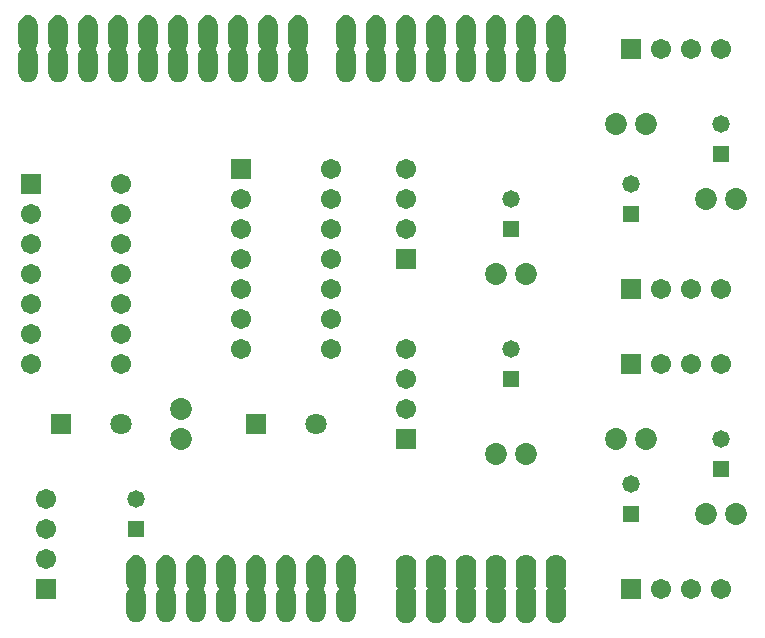
<source format=gbr>
G04 DipTrace 2.4.0.2*
%INBottomMask.gbr*%
%MOIN*%
%ADD34R,0.071X0.071*%
%ADD36C,0.071*%
%ADD38C,0.073*%
%ADD40C,0.0671*%
%ADD42R,0.0671X0.0671*%
%ADD44R,0.058X0.058*%
%ADD46C,0.058*%
%FSLAX44Y44*%
G04*
G70*
G90*
G75*
G01*
%LNBotMask*%
%LPD*%
G36*
X17600Y5243D2*
X17620Y5356D1*
X17679Y5459D1*
X17770Y5535D1*
X17881Y5576D1*
X17999D1*
X18110Y5535D1*
X18201Y5459D1*
X18260Y5357D1*
X18280Y5244D1*
Y4637D1*
X18260Y4524D1*
X18201Y4421D1*
X18111Y4345D1*
X18000Y4305D1*
X17881D1*
X17770Y4345D1*
X17679Y4421D1*
X17620Y4523D1*
X17600Y4636D1*
Y5243D1*
G37*
G36*
X18600D2*
X18620Y5356D1*
X18679Y5459D1*
X18770Y5535D1*
X18881Y5576D1*
X18999D1*
X19110Y5535D1*
X19201Y5459D1*
X19260Y5357D1*
X19280Y5244D1*
Y4637D1*
X19260Y4524D1*
X19201Y4421D1*
X19111Y4345D1*
X19000Y4305D1*
X18881D1*
X18770Y4345D1*
X18679Y4421D1*
X18620Y4523D1*
X18600Y4636D1*
Y5243D1*
G37*
G36*
X19600D2*
X19620Y5356D1*
X19679Y5459D1*
X19770Y5535D1*
X19881Y5576D1*
X19999D1*
X20110Y5535D1*
X20201Y5459D1*
X20260Y5357D1*
X20280Y5244D1*
Y4637D1*
X20260Y4524D1*
X20201Y4421D1*
X20111Y4345D1*
X20000Y4305D1*
X19881D1*
X19770Y4345D1*
X19679Y4421D1*
X19620Y4523D1*
X19600Y4636D1*
Y5243D1*
G37*
G36*
X20600D2*
X20620Y5356D1*
X20679Y5459D1*
X20770Y5535D1*
X20881Y5576D1*
X20999D1*
X21110Y5535D1*
X21201Y5459D1*
X21260Y5357D1*
X21280Y5244D1*
Y4637D1*
X21260Y4524D1*
X21201Y4421D1*
X21111Y4345D1*
X21000Y4305D1*
X20881D1*
X20770Y4345D1*
X20679Y4421D1*
X20620Y4523D1*
X20600Y4636D1*
Y5243D1*
G37*
G36*
X21600D2*
X21620Y5356D1*
X21679Y5459D1*
X21770Y5535D1*
X21881Y5576D1*
X21999D1*
X22110Y5535D1*
X22201Y5459D1*
X22260Y5357D1*
X22280Y5244D1*
Y4637D1*
X22260Y4524D1*
X22201Y4421D1*
X22111Y4345D1*
X22000Y4305D1*
X21881D1*
X21770Y4345D1*
X21679Y4421D1*
X21620Y4523D1*
X21600Y4636D1*
Y5243D1*
G37*
G36*
X22600D2*
X22620Y5356D1*
X22679Y5459D1*
X22770Y5535D1*
X22881Y5576D1*
X22999D1*
X23110Y5535D1*
X23201Y5459D1*
X23260Y5357D1*
X23280Y5244D1*
Y4637D1*
X23260Y4524D1*
X23201Y4421D1*
X23111Y4345D1*
X23000Y4305D1*
X22881D1*
X22770Y4345D1*
X22679Y4421D1*
X22620Y4523D1*
X22600Y4636D1*
Y5243D1*
G37*
G36*
X23267Y23650D2*
X23248Y23541D1*
X23191Y23443D1*
X23104Y23369D1*
X22997Y23330D1*
X22884D1*
X22777Y23369D1*
X22689Y23442D1*
X22632Y23541D1*
X22613Y23649D1*
Y24230D1*
X22632Y24339D1*
X22689Y24438D1*
X22776Y24511D1*
X22883Y24550D1*
X22997D1*
X23104Y24511D1*
X23191Y24438D1*
X23248Y24340D1*
X23267Y24231D1*
Y23650D1*
G37*
G36*
X22267D2*
X22248Y23541D1*
X22191Y23443D1*
X22104Y23369D1*
X21997Y23330D1*
X21884D1*
X21777Y23369D1*
X21689Y23442D1*
X21632Y23541D1*
X21613Y23649D1*
Y24230D1*
X21632Y24339D1*
X21689Y24438D1*
X21776Y24511D1*
X21883Y24550D1*
X21997D1*
X22104Y24511D1*
X22191Y24438D1*
X22248Y24340D1*
X22267Y24231D1*
Y23650D1*
G37*
G36*
X21267D2*
X21248Y23541D1*
X21191Y23443D1*
X21104Y23369D1*
X20997Y23330D1*
X20884D1*
X20777Y23369D1*
X20689Y23442D1*
X20632Y23541D1*
X20613Y23649D1*
Y24230D1*
X20632Y24339D1*
X20689Y24438D1*
X20776Y24511D1*
X20883Y24550D1*
X20997D1*
X21104Y24511D1*
X21191Y24438D1*
X21248Y24340D1*
X21267Y24231D1*
Y23650D1*
G37*
G36*
X20267D2*
X20248Y23541D1*
X20191Y23443D1*
X20104Y23369D1*
X19997Y23330D1*
X19884D1*
X19777Y23369D1*
X19689Y23442D1*
X19632Y23541D1*
X19613Y23649D1*
Y24230D1*
X19632Y24339D1*
X19689Y24438D1*
X19776Y24511D1*
X19883Y24550D1*
X19997D1*
X20104Y24511D1*
X20191Y24438D1*
X20248Y24340D1*
X20267Y24231D1*
Y23650D1*
G37*
G36*
X19267D2*
X19248Y23541D1*
X19191Y23443D1*
X19104Y23369D1*
X18997Y23330D1*
X18884D1*
X18777Y23369D1*
X18689Y23442D1*
X18632Y23541D1*
X18613Y23649D1*
Y24230D1*
X18632Y24339D1*
X18689Y24438D1*
X18776Y24511D1*
X18883Y24550D1*
X18997D1*
X19104Y24511D1*
X19191Y24438D1*
X19248Y24340D1*
X19267Y24231D1*
Y23650D1*
G37*
G36*
X18267D2*
X18248Y23541D1*
X18191Y23443D1*
X18104Y23369D1*
X17997Y23330D1*
X17884D1*
X17777Y23369D1*
X17689Y23442D1*
X17632Y23541D1*
X17613Y23649D1*
Y24230D1*
X17632Y24339D1*
X17689Y24438D1*
X17776Y24511D1*
X17883Y24550D1*
X17997D1*
X18104Y24511D1*
X18191Y24438D1*
X18248Y24340D1*
X18267Y24231D1*
Y23650D1*
G37*
G36*
X17267D2*
X17248Y23541D1*
X17191Y23443D1*
X17104Y23369D1*
X16997Y23330D1*
X16884D1*
X16777Y23369D1*
X16689Y23442D1*
X16632Y23541D1*
X16613Y23649D1*
Y24230D1*
X16632Y24339D1*
X16689Y24438D1*
X16776Y24511D1*
X16883Y24550D1*
X16997D1*
X17104Y24511D1*
X17191Y24438D1*
X17248Y24340D1*
X17267Y24231D1*
Y23650D1*
G37*
G36*
X16267D2*
X16248Y23541D1*
X16191Y23443D1*
X16104Y23369D1*
X15997Y23330D1*
X15884D1*
X15777Y23369D1*
X15689Y23442D1*
X15632Y23541D1*
X15613Y23649D1*
Y24230D1*
X15632Y24339D1*
X15689Y24438D1*
X15776Y24511D1*
X15883Y24550D1*
X15997D1*
X16104Y24511D1*
X16191Y24438D1*
X16248Y24340D1*
X16267Y24231D1*
Y23650D1*
G37*
G36*
X8613Y5230D2*
X8632Y5339D1*
X8689Y5438D1*
X8776Y5511D1*
X8883Y5550D1*
X8997D1*
X9104Y5511D1*
X9191Y5438D1*
X9248Y5340D1*
X9267Y5231D1*
Y4650D1*
X9248Y4541D1*
X9191Y4443D1*
X9104Y4369D1*
X8997Y4330D1*
X8884D1*
X8777Y4369D1*
X8689Y4442D1*
X8632Y4541D1*
X8613Y4649D1*
Y5230D1*
G37*
G36*
X9613D2*
X9632Y5339D1*
X9689Y5438D1*
X9776Y5511D1*
X9883Y5550D1*
X9997D1*
X10104Y5511D1*
X10191Y5438D1*
X10248Y5340D1*
X10267Y5231D1*
Y4650D1*
X10248Y4541D1*
X10191Y4443D1*
X10104Y4369D1*
X9997Y4330D1*
X9884D1*
X9777Y4369D1*
X9689Y4442D1*
X9632Y4541D1*
X9613Y4649D1*
Y5230D1*
G37*
G36*
X10613D2*
X10632Y5339D1*
X10689Y5438D1*
X10776Y5511D1*
X10883Y5550D1*
X10997D1*
X11104Y5511D1*
X11191Y5438D1*
X11248Y5340D1*
X11267Y5231D1*
Y4650D1*
X11248Y4541D1*
X11191Y4443D1*
X11104Y4369D1*
X10997Y4330D1*
X10884D1*
X10777Y4369D1*
X10689Y4442D1*
X10632Y4541D1*
X10613Y4649D1*
Y5230D1*
G37*
G36*
X11613D2*
X11632Y5339D1*
X11689Y5438D1*
X11776Y5511D1*
X11883Y5550D1*
X11997D1*
X12104Y5511D1*
X12191Y5438D1*
X12248Y5340D1*
X12267Y5231D1*
Y4650D1*
X12248Y4541D1*
X12191Y4443D1*
X12104Y4369D1*
X11997Y4330D1*
X11884D1*
X11777Y4369D1*
X11689Y4442D1*
X11632Y4541D1*
X11613Y4649D1*
Y5230D1*
G37*
G36*
X12613D2*
X12632Y5339D1*
X12689Y5438D1*
X12776Y5511D1*
X12883Y5550D1*
X12997D1*
X13104Y5511D1*
X13191Y5438D1*
X13248Y5340D1*
X13267Y5231D1*
Y4650D1*
X13248Y4541D1*
X13191Y4443D1*
X13104Y4369D1*
X12997Y4330D1*
X12884D1*
X12777Y4369D1*
X12689Y4442D1*
X12632Y4541D1*
X12613Y4649D1*
Y5230D1*
G37*
G36*
X13613D2*
X13632Y5339D1*
X13689Y5438D1*
X13776Y5511D1*
X13883Y5550D1*
X13997D1*
X14104Y5511D1*
X14191Y5438D1*
X14248Y5340D1*
X14267Y5231D1*
Y4650D1*
X14248Y4541D1*
X14191Y4443D1*
X14104Y4369D1*
X13997Y4330D1*
X13884D1*
X13777Y4369D1*
X13689Y4442D1*
X13632Y4541D1*
X13613Y4649D1*
Y5230D1*
G37*
G36*
X14613D2*
X14632Y5339D1*
X14689Y5438D1*
X14776Y5511D1*
X14883Y5550D1*
X14997D1*
X15104Y5511D1*
X15191Y5438D1*
X15248Y5340D1*
X15267Y5231D1*
Y4650D1*
X15248Y4541D1*
X15191Y4443D1*
X15104Y4369D1*
X14997Y4330D1*
X14884D1*
X14777Y4369D1*
X14689Y4442D1*
X14632Y4541D1*
X14613Y4649D1*
Y5230D1*
G37*
G36*
X15613D2*
X15632Y5339D1*
X15689Y5438D1*
X15776Y5511D1*
X15883Y5550D1*
X15997D1*
X16104Y5511D1*
X16191Y5438D1*
X16248Y5340D1*
X16267Y5231D1*
Y4650D1*
X16248Y4541D1*
X16191Y4443D1*
X16104Y4369D1*
X15997Y4330D1*
X15884D1*
X15777Y4369D1*
X15689Y4442D1*
X15632Y4541D1*
X15613Y4649D1*
Y5230D1*
G37*
G36*
X14667Y23650D2*
X14648Y23541D1*
X14591Y23443D1*
X14504Y23369D1*
X14397Y23330D1*
X14284D1*
X14177Y23369D1*
X14089Y23442D1*
X14032Y23541D1*
X14013Y23649D1*
Y24230D1*
X14032Y24339D1*
X14089Y24438D1*
X14176Y24511D1*
X14283Y24550D1*
X14397D1*
X14504Y24511D1*
X14591Y24438D1*
X14648Y24340D1*
X14667Y24231D1*
Y23650D1*
G37*
G36*
X13667D2*
X13648Y23541D1*
X13591Y23443D1*
X13504Y23369D1*
X13397Y23330D1*
X13284D1*
X13177Y23369D1*
X13089Y23442D1*
X13032Y23541D1*
X13013Y23649D1*
Y24230D1*
X13032Y24339D1*
X13089Y24438D1*
X13176Y24511D1*
X13283Y24550D1*
X13397D1*
X13504Y24511D1*
X13591Y24438D1*
X13648Y24340D1*
X13667Y24231D1*
Y23650D1*
G37*
G36*
X12667D2*
X12648Y23541D1*
X12591Y23443D1*
X12504Y23369D1*
X12397Y23330D1*
X12284D1*
X12177Y23369D1*
X12089Y23442D1*
X12032Y23541D1*
X12013Y23649D1*
Y24230D1*
X12032Y24339D1*
X12089Y24438D1*
X12176Y24511D1*
X12283Y24550D1*
X12397D1*
X12504Y24511D1*
X12591Y24438D1*
X12648Y24340D1*
X12667Y24231D1*
Y23650D1*
G37*
G36*
X11667D2*
X11648Y23541D1*
X11591Y23443D1*
X11504Y23369D1*
X11397Y23330D1*
X11284D1*
X11177Y23369D1*
X11089Y23442D1*
X11032Y23541D1*
X11013Y23649D1*
Y24230D1*
X11032Y24339D1*
X11089Y24438D1*
X11176Y24511D1*
X11283Y24550D1*
X11397D1*
X11504Y24511D1*
X11591Y24438D1*
X11648Y24340D1*
X11667Y24231D1*
Y23650D1*
G37*
G36*
X10667D2*
X10648Y23541D1*
X10591Y23443D1*
X10504Y23369D1*
X10397Y23330D1*
X10284D1*
X10177Y23369D1*
X10089Y23442D1*
X10032Y23541D1*
X10013Y23649D1*
Y24230D1*
X10032Y24339D1*
X10089Y24438D1*
X10176Y24511D1*
X10283Y24550D1*
X10397D1*
X10504Y24511D1*
X10591Y24438D1*
X10648Y24340D1*
X10667Y24231D1*
Y23650D1*
G37*
G36*
X9667D2*
X9648Y23541D1*
X9591Y23443D1*
X9504Y23369D1*
X9397Y23330D1*
X9284D1*
X9177Y23369D1*
X9089Y23442D1*
X9032Y23541D1*
X9013Y23649D1*
Y24230D1*
X9032Y24339D1*
X9089Y24438D1*
X9176Y24511D1*
X9283Y24550D1*
X9397D1*
X9504Y24511D1*
X9591Y24438D1*
X9648Y24340D1*
X9667Y24231D1*
Y23650D1*
G37*
G36*
X8667D2*
X8648Y23541D1*
X8591Y23443D1*
X8504Y23369D1*
X8397Y23330D1*
X8284D1*
X8177Y23369D1*
X8089Y23442D1*
X8032Y23541D1*
X8013Y23649D1*
Y24230D1*
X8032Y24339D1*
X8089Y24438D1*
X8176Y24511D1*
X8283Y24550D1*
X8397D1*
X8504Y24511D1*
X8591Y24438D1*
X8648Y24340D1*
X8667Y24231D1*
Y23650D1*
G37*
G36*
X7667D2*
X7648Y23541D1*
X7591Y23443D1*
X7504Y23369D1*
X7397Y23330D1*
X7284D1*
X7177Y23369D1*
X7089Y23442D1*
X7032Y23541D1*
X7013Y23649D1*
Y24230D1*
X7032Y24339D1*
X7089Y24438D1*
X7176Y24511D1*
X7283Y24550D1*
X7397D1*
X7504Y24511D1*
X7591Y24438D1*
X7648Y24340D1*
X7667Y24231D1*
Y23650D1*
G37*
G36*
X6667D2*
X6648Y23541D1*
X6591Y23443D1*
X6504Y23369D1*
X6397Y23330D1*
X6284D1*
X6177Y23369D1*
X6089Y23442D1*
X6032Y23541D1*
X6013Y23649D1*
Y24230D1*
X6032Y24339D1*
X6089Y24438D1*
X6176Y24511D1*
X6283Y24550D1*
X6397D1*
X6504Y24511D1*
X6591Y24438D1*
X6648Y24340D1*
X6667Y24231D1*
Y23650D1*
G37*
G36*
X5667D2*
X5648Y23541D1*
X5591Y23443D1*
X5504Y23369D1*
X5397Y23330D1*
X5284D1*
X5177Y23369D1*
X5089Y23442D1*
X5032Y23541D1*
X5013Y23649D1*
Y24230D1*
X5032Y24339D1*
X5089Y24438D1*
X5176Y24511D1*
X5283Y24550D1*
X5397D1*
X5504Y24511D1*
X5591Y24438D1*
X5648Y24340D1*
X5667Y24231D1*
Y23650D1*
G37*
G36*
X14667Y22650D2*
X14648Y22541D1*
X14591Y22443D1*
X14504Y22369D1*
X14397Y22330D1*
X14284D1*
X14177Y22369D1*
X14089Y22442D1*
X14032Y22541D1*
X14013Y22649D1*
Y23230D1*
X14032Y23339D1*
X14089Y23438D1*
X14176Y23511D1*
X14283Y23550D1*
X14397D1*
X14504Y23511D1*
X14591Y23438D1*
X14648Y23340D1*
X14667Y23231D1*
Y22650D1*
G37*
G36*
X13667D2*
X13648Y22541D1*
X13591Y22443D1*
X13504Y22369D1*
X13397Y22330D1*
X13284D1*
X13177Y22369D1*
X13089Y22442D1*
X13032Y22541D1*
X13013Y22649D1*
Y23230D1*
X13032Y23339D1*
X13089Y23438D1*
X13176Y23511D1*
X13283Y23550D1*
X13397D1*
X13504Y23511D1*
X13591Y23438D1*
X13648Y23340D1*
X13667Y23231D1*
Y22650D1*
G37*
G36*
X12667D2*
X12648Y22541D1*
X12591Y22443D1*
X12504Y22369D1*
X12397Y22330D1*
X12284D1*
X12177Y22369D1*
X12089Y22442D1*
X12032Y22541D1*
X12013Y22649D1*
Y23230D1*
X12032Y23339D1*
X12089Y23438D1*
X12176Y23511D1*
X12283Y23550D1*
X12397D1*
X12504Y23511D1*
X12591Y23438D1*
X12648Y23340D1*
X12667Y23231D1*
Y22650D1*
G37*
G36*
X11667D2*
X11648Y22541D1*
X11591Y22443D1*
X11504Y22369D1*
X11397Y22330D1*
X11284D1*
X11177Y22369D1*
X11089Y22442D1*
X11032Y22541D1*
X11013Y22649D1*
Y23230D1*
X11032Y23339D1*
X11089Y23438D1*
X11176Y23511D1*
X11283Y23550D1*
X11397D1*
X11504Y23511D1*
X11591Y23438D1*
X11648Y23340D1*
X11667Y23231D1*
Y22650D1*
G37*
G36*
X10667D2*
X10648Y22541D1*
X10591Y22443D1*
X10504Y22369D1*
X10397Y22330D1*
X10284D1*
X10177Y22369D1*
X10089Y22442D1*
X10032Y22541D1*
X10013Y22649D1*
Y23230D1*
X10032Y23339D1*
X10089Y23438D1*
X10176Y23511D1*
X10283Y23550D1*
X10397D1*
X10504Y23511D1*
X10591Y23438D1*
X10648Y23340D1*
X10667Y23231D1*
Y22650D1*
G37*
G36*
X9667D2*
X9648Y22541D1*
X9591Y22443D1*
X9504Y22369D1*
X9397Y22330D1*
X9284D1*
X9177Y22369D1*
X9089Y22442D1*
X9032Y22541D1*
X9013Y22649D1*
Y23230D1*
X9032Y23339D1*
X9089Y23438D1*
X9176Y23511D1*
X9283Y23550D1*
X9397D1*
X9504Y23511D1*
X9591Y23438D1*
X9648Y23340D1*
X9667Y23231D1*
Y22650D1*
G37*
G36*
X8667D2*
X8648Y22541D1*
X8591Y22443D1*
X8504Y22369D1*
X8397Y22330D1*
X8284D1*
X8177Y22369D1*
X8089Y22442D1*
X8032Y22541D1*
X8013Y22649D1*
Y23230D1*
X8032Y23339D1*
X8089Y23438D1*
X8176Y23511D1*
X8283Y23550D1*
X8397D1*
X8504Y23511D1*
X8591Y23438D1*
X8648Y23340D1*
X8667Y23231D1*
Y22650D1*
G37*
G36*
X7667D2*
X7648Y22541D1*
X7591Y22443D1*
X7504Y22369D1*
X7397Y22330D1*
X7284D1*
X7177Y22369D1*
X7089Y22442D1*
X7032Y22541D1*
X7013Y22649D1*
Y23230D1*
X7032Y23339D1*
X7089Y23438D1*
X7176Y23511D1*
X7283Y23550D1*
X7397D1*
X7504Y23511D1*
X7591Y23438D1*
X7648Y23340D1*
X7667Y23231D1*
Y22650D1*
G37*
G36*
X6667D2*
X6648Y22541D1*
X6591Y22443D1*
X6504Y22369D1*
X6397Y22330D1*
X6284D1*
X6177Y22369D1*
X6089Y22442D1*
X6032Y22541D1*
X6013Y22649D1*
Y23230D1*
X6032Y23339D1*
X6089Y23438D1*
X6176Y23511D1*
X6283Y23550D1*
X6397D1*
X6504Y23511D1*
X6591Y23438D1*
X6648Y23340D1*
X6667Y23231D1*
Y22650D1*
G37*
G36*
X5667D2*
X5648Y22541D1*
X5591Y22443D1*
X5504Y22369D1*
X5397Y22330D1*
X5284D1*
X5177Y22369D1*
X5089Y22442D1*
X5032Y22541D1*
X5013Y22649D1*
Y23230D1*
X5032Y23339D1*
X5089Y23438D1*
X5176Y23511D1*
X5283Y23550D1*
X5397D1*
X5504Y23511D1*
X5591Y23438D1*
X5648Y23340D1*
X5667Y23231D1*
Y22650D1*
G37*
G36*
X23267D2*
X23248Y22541D1*
X23191Y22443D1*
X23104Y22369D1*
X22997Y22330D1*
X22884D1*
X22777Y22369D1*
X22689Y22442D1*
X22632Y22541D1*
X22613Y22649D1*
Y23230D1*
X22632Y23339D1*
X22689Y23438D1*
X22776Y23511D1*
X22883Y23550D1*
X22997D1*
X23104Y23511D1*
X23191Y23438D1*
X23248Y23340D1*
X23267Y23231D1*
Y22650D1*
G37*
G36*
X22267D2*
X22248Y22541D1*
X22191Y22443D1*
X22104Y22369D1*
X21997Y22330D1*
X21884D1*
X21777Y22369D1*
X21689Y22442D1*
X21632Y22541D1*
X21613Y22649D1*
Y23230D1*
X21632Y23339D1*
X21689Y23438D1*
X21776Y23511D1*
X21883Y23550D1*
X21997D1*
X22104Y23511D1*
X22191Y23438D1*
X22248Y23340D1*
X22267Y23231D1*
Y22650D1*
G37*
G36*
X21267D2*
X21248Y22541D1*
X21191Y22443D1*
X21104Y22369D1*
X20997Y22330D1*
X20884D1*
X20777Y22369D1*
X20689Y22442D1*
X20632Y22541D1*
X20613Y22649D1*
Y23230D1*
X20632Y23339D1*
X20689Y23438D1*
X20776Y23511D1*
X20883Y23550D1*
X20997D1*
X21104Y23511D1*
X21191Y23438D1*
X21248Y23340D1*
X21267Y23231D1*
Y22650D1*
G37*
G36*
X20267D2*
X20248Y22541D1*
X20191Y22443D1*
X20104Y22369D1*
X19997Y22330D1*
X19884D1*
X19777Y22369D1*
X19689Y22442D1*
X19632Y22541D1*
X19613Y22649D1*
Y23230D1*
X19632Y23339D1*
X19689Y23438D1*
X19776Y23511D1*
X19883Y23550D1*
X19997D1*
X20104Y23511D1*
X20191Y23438D1*
X20248Y23340D1*
X20267Y23231D1*
Y22650D1*
G37*
G36*
X19267D2*
X19248Y22541D1*
X19191Y22443D1*
X19104Y22369D1*
X18997Y22330D1*
X18884D1*
X18777Y22369D1*
X18689Y22442D1*
X18632Y22541D1*
X18613Y22649D1*
Y23230D1*
X18632Y23339D1*
X18689Y23438D1*
X18776Y23511D1*
X18883Y23550D1*
X18997D1*
X19104Y23511D1*
X19191Y23438D1*
X19248Y23340D1*
X19267Y23231D1*
Y22650D1*
G37*
G36*
X18267D2*
X18248Y22541D1*
X18191Y22443D1*
X18104Y22369D1*
X17997Y22330D1*
X17884D1*
X17777Y22369D1*
X17689Y22442D1*
X17632Y22541D1*
X17613Y22649D1*
Y23230D1*
X17632Y23339D1*
X17689Y23438D1*
X17776Y23511D1*
X17883Y23550D1*
X17997D1*
X18104Y23511D1*
X18191Y23438D1*
X18248Y23340D1*
X18267Y23231D1*
Y22650D1*
G37*
G36*
X17267D2*
X17248Y22541D1*
X17191Y22443D1*
X17104Y22369D1*
X16997Y22330D1*
X16884D1*
X16777Y22369D1*
X16689Y22442D1*
X16632Y22541D1*
X16613Y22649D1*
Y23230D1*
X16632Y23339D1*
X16689Y23438D1*
X16776Y23511D1*
X16883Y23550D1*
X16997D1*
X17104Y23511D1*
X17191Y23438D1*
X17248Y23340D1*
X17267Y23231D1*
Y22650D1*
G37*
G36*
X16267D2*
X16248Y22541D1*
X16191Y22443D1*
X16104Y22369D1*
X15997Y22330D1*
X15884D1*
X15777Y22369D1*
X15689Y22442D1*
X15632Y22541D1*
X15613Y22649D1*
Y23230D1*
X15632Y23339D1*
X15689Y23438D1*
X15776Y23511D1*
X15883Y23550D1*
X15997D1*
X16104Y23511D1*
X16191Y23438D1*
X16248Y23340D1*
X16267Y23231D1*
Y22650D1*
G37*
G36*
X17600Y6243D2*
X17620Y6356D1*
X17679Y6459D1*
X17770Y6535D1*
X17881Y6576D1*
X17999D1*
X18110Y6535D1*
X18201Y6459D1*
X18260Y6357D1*
X18280Y6244D1*
Y5637D1*
X18260Y5524D1*
X18201Y5421D1*
X18111Y5345D1*
X18000Y5305D1*
X17881D1*
X17770Y5345D1*
X17679Y5421D1*
X17620Y5523D1*
X17600Y5636D1*
Y6243D1*
G37*
G36*
X18600D2*
X18620Y6356D1*
X18679Y6459D1*
X18770Y6535D1*
X18881Y6576D1*
X18999D1*
X19110Y6535D1*
X19201Y6459D1*
X19260Y6357D1*
X19280Y6244D1*
Y5637D1*
X19260Y5524D1*
X19201Y5421D1*
X19111Y5345D1*
X19000Y5305D1*
X18881D1*
X18770Y5345D1*
X18679Y5421D1*
X18620Y5523D1*
X18600Y5636D1*
Y6243D1*
G37*
G36*
X19600D2*
X19620Y6356D1*
X19679Y6459D1*
X19770Y6535D1*
X19881Y6576D1*
X19999D1*
X20110Y6535D1*
X20201Y6459D1*
X20260Y6357D1*
X20280Y6244D1*
Y5637D1*
X20260Y5524D1*
X20201Y5421D1*
X20111Y5345D1*
X20000Y5305D1*
X19881D1*
X19770Y5345D1*
X19679Y5421D1*
X19620Y5523D1*
X19600Y5636D1*
Y6243D1*
G37*
G36*
X20600D2*
X20620Y6356D1*
X20679Y6459D1*
X20770Y6535D1*
X20881Y6576D1*
X20999D1*
X21110Y6535D1*
X21201Y6459D1*
X21260Y6357D1*
X21280Y6244D1*
Y5637D1*
X21260Y5524D1*
X21201Y5421D1*
X21111Y5345D1*
X21000Y5305D1*
X20881D1*
X20770Y5345D1*
X20679Y5421D1*
X20620Y5523D1*
X20600Y5636D1*
Y6243D1*
G37*
G36*
X21600D2*
X21620Y6356D1*
X21679Y6459D1*
X21770Y6535D1*
X21881Y6576D1*
X21999D1*
X22110Y6535D1*
X22201Y6459D1*
X22260Y6357D1*
X22280Y6244D1*
Y5637D1*
X22260Y5524D1*
X22201Y5421D1*
X22111Y5345D1*
X22000Y5305D1*
X21881D1*
X21770Y5345D1*
X21679Y5421D1*
X21620Y5523D1*
X21600Y5636D1*
Y6243D1*
G37*
G36*
X22600D2*
X22620Y6356D1*
X22679Y6459D1*
X22770Y6535D1*
X22881Y6576D1*
X22999D1*
X23110Y6535D1*
X23201Y6459D1*
X23260Y6357D1*
X23280Y6244D1*
Y5637D1*
X23260Y5524D1*
X23201Y5421D1*
X23111Y5345D1*
X23000Y5305D1*
X22881D1*
X22770Y5345D1*
X22679Y5421D1*
X22620Y5523D1*
X22600Y5636D1*
Y6243D1*
G37*
G36*
X8613Y6230D2*
X8632Y6339D1*
X8689Y6438D1*
X8776Y6511D1*
X8883Y6550D1*
X8997D1*
X9104Y6511D1*
X9191Y6438D1*
X9248Y6340D1*
X9267Y6231D1*
Y5650D1*
X9248Y5541D1*
X9191Y5443D1*
X9104Y5369D1*
X8997Y5330D1*
X8884D1*
X8777Y5369D1*
X8689Y5442D1*
X8632Y5541D1*
X8613Y5649D1*
Y6230D1*
G37*
G36*
X9613D2*
X9632Y6339D1*
X9689Y6438D1*
X9776Y6511D1*
X9883Y6550D1*
X9997D1*
X10104Y6511D1*
X10191Y6438D1*
X10248Y6340D1*
X10267Y6231D1*
Y5650D1*
X10248Y5541D1*
X10191Y5443D1*
X10104Y5369D1*
X9997Y5330D1*
X9884D1*
X9777Y5369D1*
X9689Y5442D1*
X9632Y5541D1*
X9613Y5649D1*
Y6230D1*
G37*
G36*
X10613D2*
X10632Y6339D1*
X10689Y6438D1*
X10776Y6511D1*
X10883Y6550D1*
X10997D1*
X11104Y6511D1*
X11191Y6438D1*
X11248Y6340D1*
X11267Y6231D1*
Y5650D1*
X11248Y5541D1*
X11191Y5443D1*
X11104Y5369D1*
X10997Y5330D1*
X10884D1*
X10777Y5369D1*
X10689Y5442D1*
X10632Y5541D1*
X10613Y5649D1*
Y6230D1*
G37*
G36*
X11613D2*
X11632Y6339D1*
X11689Y6438D1*
X11776Y6511D1*
X11883Y6550D1*
X11997D1*
X12104Y6511D1*
X12191Y6438D1*
X12248Y6340D1*
X12267Y6231D1*
Y5650D1*
X12248Y5541D1*
X12191Y5443D1*
X12104Y5369D1*
X11997Y5330D1*
X11884D1*
X11777Y5369D1*
X11689Y5442D1*
X11632Y5541D1*
X11613Y5649D1*
Y6230D1*
G37*
G36*
X12613D2*
X12632Y6339D1*
X12689Y6438D1*
X12776Y6511D1*
X12883Y6550D1*
X12997D1*
X13104Y6511D1*
X13191Y6438D1*
X13248Y6340D1*
X13267Y6231D1*
Y5650D1*
X13248Y5541D1*
X13191Y5443D1*
X13104Y5369D1*
X12997Y5330D1*
X12884D1*
X12777Y5369D1*
X12689Y5442D1*
X12632Y5541D1*
X12613Y5649D1*
Y6230D1*
G37*
G36*
X13613D2*
X13632Y6339D1*
X13689Y6438D1*
X13776Y6511D1*
X13883Y6550D1*
X13997D1*
X14104Y6511D1*
X14191Y6438D1*
X14248Y6340D1*
X14267Y6231D1*
Y5650D1*
X14248Y5541D1*
X14191Y5443D1*
X14104Y5369D1*
X13997Y5330D1*
X13884D1*
X13777Y5369D1*
X13689Y5442D1*
X13632Y5541D1*
X13613Y5649D1*
Y6230D1*
G37*
G36*
X14613D2*
X14632Y6339D1*
X14689Y6438D1*
X14776Y6511D1*
X14883Y6550D1*
X14997D1*
X15104Y6511D1*
X15191Y6438D1*
X15248Y6340D1*
X15267Y6231D1*
Y5650D1*
X15248Y5541D1*
X15191Y5443D1*
X15104Y5369D1*
X14997Y5330D1*
X14884D1*
X14777Y5369D1*
X14689Y5442D1*
X14632Y5541D1*
X14613Y5649D1*
Y6230D1*
G37*
G36*
X15613D2*
X15632Y6339D1*
X15689Y6438D1*
X15776Y6511D1*
X15883Y6550D1*
X15997D1*
X16104Y6511D1*
X16191Y6438D1*
X16248Y6340D1*
X16267Y6231D1*
Y5650D1*
X16248Y5541D1*
X16191Y5443D1*
X16104Y5369D1*
X15997Y5330D1*
X15884D1*
X15777Y5369D1*
X15689Y5442D1*
X15632Y5541D1*
X15613Y5649D1*
Y6230D1*
G37*
D46*
X8940Y8440D3*
D44*
Y7440D3*
D46*
X21440Y18440D3*
D44*
Y17440D3*
D46*
Y13440D3*
D44*
Y12440D3*
D46*
X28440Y20940D3*
D44*
Y19940D3*
D46*
X25440Y18940D3*
D44*
Y17940D3*
D46*
X28440Y10440D3*
D44*
Y9440D3*
D46*
X25440Y8940D3*
D44*
Y7940D3*
D42*
X5940Y5440D3*
D40*
Y6440D3*
Y7440D3*
Y8440D3*
D42*
X17940Y16440D3*
D40*
Y17440D3*
Y18440D3*
Y19440D3*
D42*
Y10440D3*
D40*
Y11440D3*
Y12440D3*
Y13440D3*
D42*
X25440Y23440D3*
D40*
X26440D3*
X27440D3*
X28440D3*
D42*
X25440Y15440D3*
D40*
X26440D3*
X27440D3*
X28440D3*
D42*
X25440Y12940D3*
D40*
X26440D3*
X27440D3*
X28440D3*
D42*
X25440Y5440D3*
D40*
X26440D3*
X27440D3*
X28440D3*
D38*
X10440Y10440D3*
Y11440D3*
X20940Y15940D3*
X21940D3*
X20940Y9940D3*
X21940D3*
X27940Y18440D3*
X28940D3*
X24940Y20940D3*
X25940D3*
X27940Y7940D3*
X28940D3*
X24940Y10440D3*
X25940D3*
D42*
X5440Y18940D3*
D40*
Y17940D3*
Y16940D3*
Y15940D3*
Y14940D3*
Y13940D3*
Y12940D3*
X8440D3*
Y13940D3*
Y14940D3*
Y15940D3*
Y16940D3*
Y17940D3*
Y18940D3*
D42*
X12440Y19440D3*
D40*
Y18440D3*
Y17440D3*
Y16440D3*
Y15440D3*
Y14440D3*
Y13440D3*
X15440D3*
Y14440D3*
Y15440D3*
Y16440D3*
Y17440D3*
Y18440D3*
Y19440D3*
D36*
X8440Y10940D3*
D34*
X6440D3*
D36*
X14940D3*
D34*
X12940D3*
M02*

</source>
